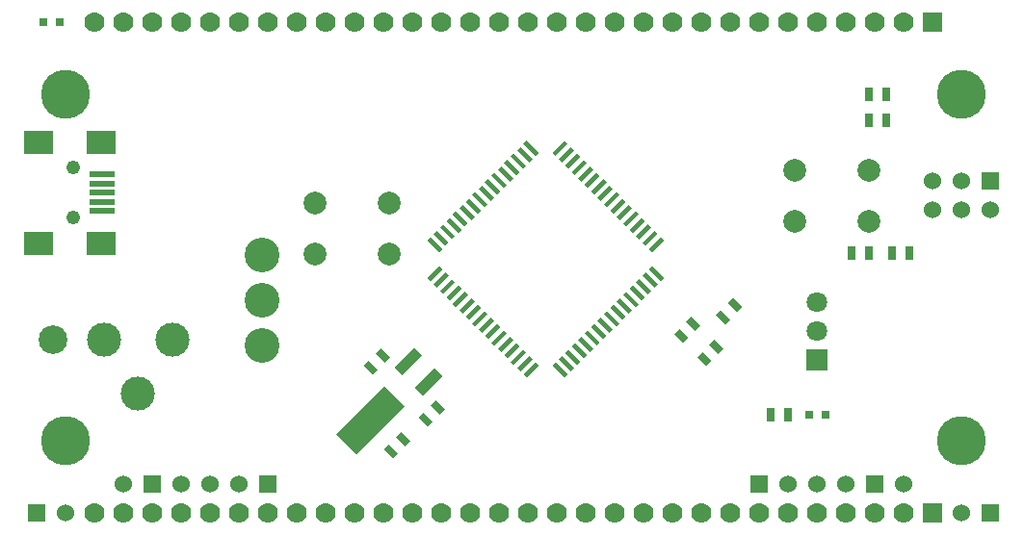
<source format=gts>
G04 (created by PCBNEW (2013-07-07 BZR 4022)-stable) date 2/20/2015 2:37:17 PM*
%MOIN*%
G04 Gerber Fmt 3.4, Leading zero omitted, Abs format*
%FSLAX34Y34*%
G01*
G70*
G90*
G04 APERTURE LIST*
%ADD10C,0.00590551*%
%ADD11R,0.0906X0.0197*%
%ADD12R,0.0984X0.0787*%
%ADD13C,0.048*%
%ADD14C,0.0787402*%
%ADD15R,0.025X0.045*%
%ADD16R,0.07X0.07*%
%ADD17C,0.07*%
%ADD18C,0.11811*%
%ADD19C,0.099*%
%ADD20R,0.06X0.06*%
%ADD21C,0.06*%
%ADD22R,0.0748031X0.0748031*%
%ADD23C,0.0708661*%
%ADD24C,0.12*%
%ADD25C,0.17*%
%ADD26R,0.0314X0.0314*%
G04 APERTURE END LIST*
G54D10*
G54D11*
X9258Y-12270D03*
X9258Y-12585D03*
X9258Y-12900D03*
X9258Y-13215D03*
X9258Y-13530D03*
G54D12*
X9219Y-11148D03*
X7054Y-11148D03*
X9219Y-14652D03*
X7054Y-14652D03*
G54D13*
X8235Y-12034D03*
X8235Y-13766D03*
G54D14*
X35779Y-12114D03*
X33220Y-12114D03*
X35779Y-13885D03*
X33220Y-13885D03*
G54D10*
G36*
X20791Y-20090D02*
X21109Y-20408D01*
X20932Y-20585D01*
X20614Y-20267D01*
X20791Y-20090D01*
X20791Y-20090D01*
G37*
G36*
X20367Y-20514D02*
X20685Y-20832D01*
X20508Y-21009D01*
X20190Y-20691D01*
X20367Y-20514D01*
X20367Y-20514D01*
G37*
G36*
X18891Y-18290D02*
X19209Y-18608D01*
X19032Y-18785D01*
X18714Y-18467D01*
X18891Y-18290D01*
X18891Y-18290D01*
G37*
G36*
X18467Y-18714D02*
X18785Y-19032D01*
X18608Y-19209D01*
X18290Y-18891D01*
X18467Y-18714D01*
X18467Y-18714D01*
G37*
G36*
X29358Y-18109D02*
X29040Y-17791D01*
X29217Y-17614D01*
X29535Y-17932D01*
X29358Y-18109D01*
X29358Y-18109D01*
G37*
G36*
X29782Y-17685D02*
X29464Y-17367D01*
X29641Y-17190D01*
X29959Y-17508D01*
X29782Y-17685D01*
X29782Y-17685D01*
G37*
G36*
X30808Y-17459D02*
X30490Y-17141D01*
X30667Y-16964D01*
X30985Y-17282D01*
X30808Y-17459D01*
X30808Y-17459D01*
G37*
G36*
X31232Y-17035D02*
X30914Y-16717D01*
X31091Y-16540D01*
X31409Y-16858D01*
X31232Y-17035D01*
X31232Y-17035D01*
G37*
G54D15*
X35200Y-15000D03*
X35800Y-15000D03*
G54D10*
G36*
X19591Y-21190D02*
X19909Y-21508D01*
X19732Y-21685D01*
X19414Y-21367D01*
X19591Y-21190D01*
X19591Y-21190D01*
G37*
G36*
X19167Y-21614D02*
X19485Y-21932D01*
X19308Y-22109D01*
X18990Y-21791D01*
X19167Y-21614D01*
X19167Y-21614D01*
G37*
G54D16*
X38000Y-7000D03*
G54D17*
X37000Y-7000D03*
X36000Y-7000D03*
X35000Y-7000D03*
X34000Y-7000D03*
X33000Y-7000D03*
X32000Y-7000D03*
X31000Y-7000D03*
X30000Y-7000D03*
X29000Y-7000D03*
X28000Y-7000D03*
X27000Y-7000D03*
X26000Y-7000D03*
X25000Y-7000D03*
X24000Y-7000D03*
X23000Y-7000D03*
X22000Y-7000D03*
X21000Y-7000D03*
X20000Y-7000D03*
X19000Y-7000D03*
X18000Y-7000D03*
X17000Y-7000D03*
X16000Y-7000D03*
X15000Y-7000D03*
X14000Y-7000D03*
X13000Y-7000D03*
X12000Y-7000D03*
X11000Y-7000D03*
X10000Y-7000D03*
X9000Y-7000D03*
G54D16*
X38000Y-24000D03*
G54D17*
X37000Y-24000D03*
X36000Y-24000D03*
X35000Y-24000D03*
X34000Y-24000D03*
X33000Y-24000D03*
X32000Y-24000D03*
X31000Y-24000D03*
X30000Y-24000D03*
X29000Y-24000D03*
X28000Y-24000D03*
X27000Y-24000D03*
X26000Y-24000D03*
X25000Y-24000D03*
X24000Y-24000D03*
X23000Y-24000D03*
X22000Y-24000D03*
X21000Y-24000D03*
X20000Y-24000D03*
X19000Y-24000D03*
X18000Y-24000D03*
X17000Y-24000D03*
X16000Y-24000D03*
X15000Y-24000D03*
X14000Y-24000D03*
X13000Y-24000D03*
X12000Y-24000D03*
X11000Y-24000D03*
X10000Y-24000D03*
X9000Y-24000D03*
G54D18*
X11681Y-18000D03*
X9318Y-18000D03*
X10500Y-19850D03*
G54D19*
X7547Y-18000D03*
G54D20*
X40000Y-12500D03*
G54D21*
X40000Y-13500D03*
X39000Y-12500D03*
X39000Y-13500D03*
X38000Y-12500D03*
X38000Y-13500D03*
G54D22*
X34000Y-18700D03*
G54D23*
X34000Y-17700D03*
X34000Y-16700D03*
G54D10*
G36*
X20344Y-19940D02*
X20066Y-19662D01*
X20762Y-18966D01*
X21040Y-19244D01*
X20344Y-19940D01*
X20344Y-19940D01*
G37*
G36*
X18042Y-21953D02*
X17346Y-21257D01*
X19016Y-19587D01*
X19712Y-20283D01*
X18042Y-21953D01*
X18042Y-21953D01*
G37*
G36*
X19637Y-19233D02*
X19359Y-18955D01*
X20055Y-18259D01*
X20333Y-18537D01*
X19637Y-19233D01*
X19637Y-19233D01*
G37*
G54D24*
X14800Y-18200D03*
X14800Y-16630D03*
X14800Y-15050D03*
G54D25*
X8000Y-21500D03*
X39000Y-9500D03*
X39000Y-21500D03*
X8000Y-9500D03*
G54D15*
X32400Y-20600D03*
X33000Y-20600D03*
G54D14*
X19179Y-13264D03*
X16620Y-13264D03*
X19179Y-15035D03*
X16620Y-15035D03*
G54D15*
X36400Y-10400D03*
X35800Y-10400D03*
X36600Y-15000D03*
X37200Y-15000D03*
G54D10*
G36*
X30158Y-18909D02*
X29840Y-18591D01*
X30017Y-18414D01*
X30335Y-18732D01*
X30158Y-18909D01*
X30158Y-18909D01*
G37*
G36*
X30582Y-18485D02*
X30264Y-18167D01*
X30441Y-17990D01*
X30759Y-18308D01*
X30582Y-18485D01*
X30582Y-18485D01*
G37*
G54D15*
X36400Y-9500D03*
X35800Y-9500D03*
G54D10*
G36*
X28594Y-14433D02*
X28707Y-14546D01*
X28289Y-14964D01*
X28176Y-14851D01*
X28594Y-14433D01*
X28594Y-14433D01*
G37*
G36*
X28371Y-14210D02*
X28484Y-14323D01*
X28066Y-14741D01*
X27953Y-14628D01*
X28371Y-14210D01*
X28371Y-14210D01*
G37*
G36*
X28148Y-13988D02*
X28261Y-14101D01*
X27844Y-14518D01*
X27731Y-14405D01*
X28148Y-13988D01*
X28148Y-13988D01*
G37*
G36*
X27925Y-13765D02*
X28038Y-13878D01*
X27621Y-14296D01*
X27508Y-14183D01*
X27925Y-13765D01*
X27925Y-13765D01*
G37*
G36*
X27703Y-13542D02*
X27816Y-13655D01*
X27398Y-14073D01*
X27285Y-13960D01*
X27703Y-13542D01*
X27703Y-13542D01*
G37*
G36*
X27480Y-13320D02*
X27593Y-13433D01*
X27175Y-13850D01*
X27062Y-13737D01*
X27480Y-13320D01*
X27480Y-13320D01*
G37*
G36*
X27257Y-13097D02*
X27370Y-13210D01*
X26953Y-13627D01*
X26840Y-13514D01*
X27257Y-13097D01*
X27257Y-13097D01*
G37*
G36*
X27035Y-12874D02*
X27148Y-12987D01*
X26730Y-13405D01*
X26617Y-13292D01*
X27035Y-12874D01*
X27035Y-12874D01*
G37*
G36*
X26812Y-12651D02*
X26925Y-12764D01*
X26507Y-13182D01*
X26394Y-13069D01*
X26812Y-12651D01*
X26812Y-12651D01*
G37*
G36*
X26589Y-12429D02*
X26702Y-12542D01*
X26285Y-12959D01*
X26172Y-12846D01*
X26589Y-12429D01*
X26589Y-12429D01*
G37*
G36*
X26366Y-12206D02*
X26479Y-12319D01*
X26062Y-12737D01*
X25949Y-12624D01*
X26366Y-12206D01*
X26366Y-12206D01*
G37*
G36*
X26144Y-11983D02*
X26257Y-12096D01*
X25839Y-12514D01*
X25726Y-12401D01*
X26144Y-11983D01*
X26144Y-11983D01*
G37*
G36*
X25921Y-11761D02*
X26034Y-11874D01*
X25616Y-12291D01*
X25503Y-12178D01*
X25921Y-11761D01*
X25921Y-11761D01*
G37*
G36*
X25698Y-11538D02*
X25811Y-11651D01*
X25394Y-12068D01*
X25281Y-11955D01*
X25698Y-11538D01*
X25698Y-11538D01*
G37*
G36*
X25476Y-11315D02*
X25589Y-11428D01*
X25171Y-11846D01*
X25058Y-11733D01*
X25476Y-11315D01*
X25476Y-11315D01*
G37*
G36*
X25253Y-11092D02*
X25366Y-11205D01*
X24948Y-11623D01*
X24835Y-11510D01*
X25253Y-11092D01*
X25253Y-11092D01*
G37*
G36*
X23946Y-11092D02*
X24364Y-11510D01*
X24251Y-11623D01*
X23833Y-11205D01*
X23946Y-11092D01*
X23946Y-11092D01*
G37*
G36*
X23723Y-11315D02*
X24141Y-11733D01*
X24028Y-11846D01*
X23610Y-11428D01*
X23723Y-11315D01*
X23723Y-11315D01*
G37*
G36*
X23501Y-11538D02*
X23918Y-11955D01*
X23805Y-12068D01*
X23388Y-11651D01*
X23501Y-11538D01*
X23501Y-11538D01*
G37*
G36*
X23278Y-11761D02*
X23696Y-12178D01*
X23583Y-12291D01*
X23165Y-11874D01*
X23278Y-11761D01*
X23278Y-11761D01*
G37*
G36*
X23055Y-11983D02*
X23473Y-12401D01*
X23360Y-12514D01*
X22942Y-12096D01*
X23055Y-11983D01*
X23055Y-11983D01*
G37*
G36*
X22833Y-12206D02*
X23250Y-12624D01*
X23137Y-12737D01*
X22720Y-12319D01*
X22833Y-12206D01*
X22833Y-12206D01*
G37*
G36*
X22610Y-12429D02*
X23027Y-12846D01*
X22914Y-12959D01*
X22497Y-12542D01*
X22610Y-12429D01*
X22610Y-12429D01*
G37*
G36*
X22387Y-12651D02*
X22805Y-13069D01*
X22692Y-13182D01*
X22274Y-12764D01*
X22387Y-12651D01*
X22387Y-12651D01*
G37*
G36*
X22164Y-12874D02*
X22582Y-13292D01*
X22469Y-13405D01*
X22051Y-12987D01*
X22164Y-12874D01*
X22164Y-12874D01*
G37*
G36*
X21942Y-13097D02*
X22359Y-13514D01*
X22246Y-13627D01*
X21829Y-13210D01*
X21942Y-13097D01*
X21942Y-13097D01*
G37*
G36*
X21719Y-13320D02*
X22137Y-13737D01*
X22024Y-13850D01*
X21606Y-13433D01*
X21719Y-13320D01*
X21719Y-13320D01*
G37*
G36*
X21496Y-13542D02*
X21914Y-13960D01*
X21801Y-14073D01*
X21383Y-13655D01*
X21496Y-13542D01*
X21496Y-13542D01*
G37*
G36*
X21274Y-13765D02*
X21691Y-14183D01*
X21578Y-14296D01*
X21161Y-13878D01*
X21274Y-13765D01*
X21274Y-13765D01*
G37*
G36*
X21051Y-13988D02*
X21468Y-14405D01*
X21355Y-14518D01*
X20938Y-14101D01*
X21051Y-13988D01*
X21051Y-13988D01*
G37*
G36*
X20828Y-14210D02*
X21246Y-14628D01*
X21133Y-14741D01*
X20715Y-14323D01*
X20828Y-14210D01*
X20828Y-14210D01*
G37*
G36*
X20605Y-14433D02*
X21023Y-14851D01*
X20910Y-14964D01*
X20492Y-14546D01*
X20605Y-14433D01*
X20605Y-14433D01*
G37*
G36*
X20910Y-15435D02*
X21023Y-15548D01*
X20605Y-15966D01*
X20492Y-15853D01*
X20910Y-15435D01*
X20910Y-15435D01*
G37*
G36*
X21133Y-15658D02*
X21246Y-15771D01*
X20828Y-16189D01*
X20715Y-16076D01*
X21133Y-15658D01*
X21133Y-15658D01*
G37*
G36*
X21355Y-15881D02*
X21468Y-15994D01*
X21051Y-16411D01*
X20938Y-16298D01*
X21355Y-15881D01*
X21355Y-15881D01*
G37*
G36*
X21578Y-16103D02*
X21691Y-16216D01*
X21274Y-16634D01*
X21161Y-16521D01*
X21578Y-16103D01*
X21578Y-16103D01*
G37*
G36*
X21801Y-16326D02*
X21914Y-16439D01*
X21496Y-16857D01*
X21383Y-16744D01*
X21801Y-16326D01*
X21801Y-16326D01*
G37*
G36*
X22024Y-16549D02*
X22137Y-16662D01*
X21719Y-17079D01*
X21606Y-16966D01*
X22024Y-16549D01*
X22024Y-16549D01*
G37*
G36*
X22246Y-16772D02*
X22359Y-16885D01*
X21942Y-17302D01*
X21829Y-17189D01*
X22246Y-16772D01*
X22246Y-16772D01*
G37*
G36*
X22469Y-16994D02*
X22582Y-17107D01*
X22164Y-17525D01*
X22051Y-17412D01*
X22469Y-16994D01*
X22469Y-16994D01*
G37*
G36*
X22692Y-17217D02*
X22805Y-17330D01*
X22387Y-17748D01*
X22274Y-17635D01*
X22692Y-17217D01*
X22692Y-17217D01*
G37*
G36*
X22914Y-17440D02*
X23027Y-17553D01*
X22610Y-17970D01*
X22497Y-17857D01*
X22914Y-17440D01*
X22914Y-17440D01*
G37*
G36*
X23137Y-17662D02*
X23250Y-17775D01*
X22833Y-18193D01*
X22720Y-18080D01*
X23137Y-17662D01*
X23137Y-17662D01*
G37*
G36*
X23360Y-17885D02*
X23473Y-17998D01*
X23055Y-18416D01*
X22942Y-18303D01*
X23360Y-17885D01*
X23360Y-17885D01*
G37*
G36*
X23583Y-18108D02*
X23696Y-18221D01*
X23278Y-18638D01*
X23165Y-18525D01*
X23583Y-18108D01*
X23583Y-18108D01*
G37*
G36*
X23805Y-18331D02*
X23918Y-18444D01*
X23501Y-18861D01*
X23388Y-18748D01*
X23805Y-18331D01*
X23805Y-18331D01*
G37*
G36*
X24028Y-18553D02*
X24141Y-18666D01*
X23723Y-19084D01*
X23610Y-18971D01*
X24028Y-18553D01*
X24028Y-18553D01*
G37*
G36*
X24251Y-18776D02*
X24364Y-18889D01*
X23946Y-19307D01*
X23833Y-19194D01*
X24251Y-18776D01*
X24251Y-18776D01*
G37*
G36*
X24948Y-18776D02*
X25366Y-19194D01*
X25253Y-19307D01*
X24835Y-18889D01*
X24948Y-18776D01*
X24948Y-18776D01*
G37*
G36*
X25171Y-18553D02*
X25589Y-18971D01*
X25476Y-19084D01*
X25058Y-18666D01*
X25171Y-18553D01*
X25171Y-18553D01*
G37*
G36*
X25394Y-18331D02*
X25811Y-18748D01*
X25698Y-18861D01*
X25281Y-18444D01*
X25394Y-18331D01*
X25394Y-18331D01*
G37*
G36*
X25616Y-18108D02*
X26034Y-18525D01*
X25921Y-18638D01*
X25503Y-18221D01*
X25616Y-18108D01*
X25616Y-18108D01*
G37*
G36*
X25839Y-17885D02*
X26257Y-18303D01*
X26144Y-18416D01*
X25726Y-17998D01*
X25839Y-17885D01*
X25839Y-17885D01*
G37*
G36*
X26062Y-17662D02*
X26479Y-18080D01*
X26366Y-18193D01*
X25949Y-17775D01*
X26062Y-17662D01*
X26062Y-17662D01*
G37*
G36*
X26285Y-17440D02*
X26702Y-17857D01*
X26589Y-17970D01*
X26172Y-17553D01*
X26285Y-17440D01*
X26285Y-17440D01*
G37*
G36*
X26507Y-17217D02*
X26925Y-17635D01*
X26812Y-17748D01*
X26394Y-17330D01*
X26507Y-17217D01*
X26507Y-17217D01*
G37*
G36*
X26730Y-16994D02*
X27148Y-17412D01*
X27035Y-17525D01*
X26617Y-17107D01*
X26730Y-16994D01*
X26730Y-16994D01*
G37*
G36*
X26953Y-16772D02*
X27370Y-17189D01*
X27257Y-17302D01*
X26840Y-16885D01*
X26953Y-16772D01*
X26953Y-16772D01*
G37*
G36*
X27175Y-16549D02*
X27593Y-16966D01*
X27480Y-17079D01*
X27062Y-16662D01*
X27175Y-16549D01*
X27175Y-16549D01*
G37*
G36*
X27398Y-16326D02*
X27816Y-16744D01*
X27703Y-16857D01*
X27285Y-16439D01*
X27398Y-16326D01*
X27398Y-16326D01*
G37*
G36*
X27621Y-16103D02*
X28038Y-16521D01*
X27925Y-16634D01*
X27508Y-16216D01*
X27621Y-16103D01*
X27621Y-16103D01*
G37*
G36*
X27844Y-15881D02*
X28261Y-16298D01*
X28148Y-16411D01*
X27731Y-15994D01*
X27844Y-15881D01*
X27844Y-15881D01*
G37*
G36*
X28066Y-15658D02*
X28484Y-16076D01*
X28371Y-16189D01*
X27953Y-15771D01*
X28066Y-15658D01*
X28066Y-15658D01*
G37*
G36*
X28289Y-15435D02*
X28707Y-15853D01*
X28594Y-15966D01*
X28176Y-15548D01*
X28289Y-15435D01*
X28289Y-15435D01*
G37*
G54D26*
X34295Y-20600D03*
X33705Y-20600D03*
X7795Y-7000D03*
X7205Y-7000D03*
G54D20*
X40000Y-24000D03*
G54D21*
X39000Y-24000D03*
G54D20*
X36000Y-23000D03*
G54D21*
X37000Y-23000D03*
G54D20*
X11000Y-23000D03*
G54D21*
X10000Y-23000D03*
G54D20*
X7000Y-24000D03*
G54D21*
X8000Y-24000D03*
G54D20*
X32000Y-23000D03*
G54D21*
X33000Y-23000D03*
X34000Y-23000D03*
X35000Y-23000D03*
G54D20*
X15000Y-23000D03*
G54D21*
X14000Y-23000D03*
X13000Y-23000D03*
X12000Y-23000D03*
M02*

</source>
